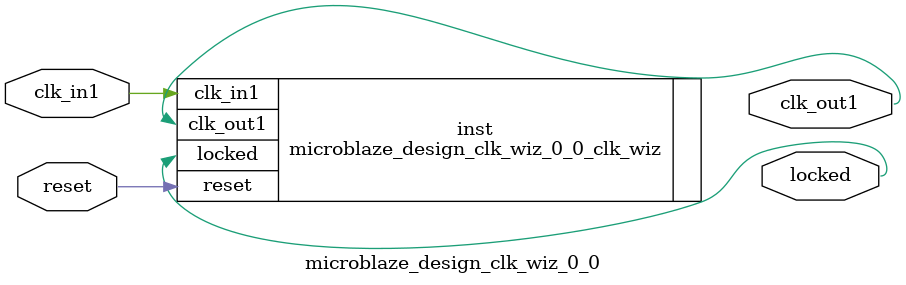
<source format=v>


`timescale 1ps/1ps

(* CORE_GENERATION_INFO = "microblaze_design_clk_wiz_0_0,clk_wiz_v6_0_1_0_0,{component_name=microblaze_design_clk_wiz_0_0,use_phase_alignment=true,use_min_o_jitter=false,use_max_i_jitter=false,use_dyn_phase_shift=false,use_inclk_switchover=false,use_dyn_reconfig=false,enable_axi=0,feedback_source=FDBK_AUTO,PRIMITIVE=MMCM,num_out_clk=1,clkin1_period=83.333,clkin2_period=10.0,use_power_down=false,use_reset=true,use_locked=true,use_inclk_stopped=false,feedback_type=SINGLE,CLOCK_MGR_TYPE=NA,manual_override=false}" *)

module microblaze_design_clk_wiz_0_0 
 (
  // Clock out ports
  output        clk_out1,
  // Status and control signals
  input         reset,
  output        locked,
 // Clock in ports
  input         clk_in1
 );

  microblaze_design_clk_wiz_0_0_clk_wiz inst
  (
  // Clock out ports  
  .clk_out1(clk_out1),
  // Status and control signals               
  .reset(reset), 
  .locked(locked),
 // Clock in ports
  .clk_in1(clk_in1)
  );

endmodule

</source>
